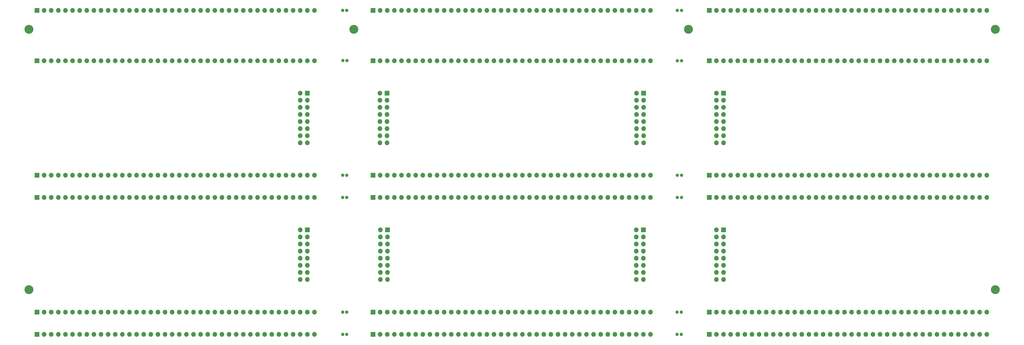
<source format=gts>
G04 #@! TF.GenerationSoftware,KiCad,Pcbnew,(5.1.9)-1*
G04 #@! TF.CreationDate,2021-10-03T21:18:48-04:00*
G04 #@! TF.ProjectId,backplane,6261636b-706c-4616-9e65-2e6b69636164,rev?*
G04 #@! TF.SameCoordinates,Original*
G04 #@! TF.FileFunction,Soldermask,Top*
G04 #@! TF.FilePolarity,Negative*
%FSLAX46Y46*%
G04 Gerber Fmt 4.6, Leading zero omitted, Abs format (unit mm)*
G04 Created by KiCad (PCBNEW (5.1.9)-1) date 2021-10-03 21:18:48*
%MOMM*%
%LPD*%
G01*
G04 APERTURE LIST*
%ADD10C,3.200000*%
%ADD11C,1.200000*%
%ADD12O,1.700000X1.700000*%
%ADD13R,1.700000X1.700000*%
G04 APERTURE END LIST*
D10*
X280400000Y-53800000D03*
X160900000Y-53800000D03*
X389900000Y-147000000D03*
X44900000Y-147000000D03*
X44900000Y-53800000D03*
X389900000Y-53800000D03*
D11*
X277800000Y-163000000D03*
X276300000Y-163000000D03*
X277800000Y-155000000D03*
X276300000Y-155000000D03*
X277900000Y-114000000D03*
X276400000Y-114000000D03*
X277900000Y-106000000D03*
X276400000Y-106000000D03*
X277900000Y-65000000D03*
X276400000Y-65000000D03*
X277900000Y-47000000D03*
X276400000Y-47000000D03*
X158400000Y-163000000D03*
X156900000Y-163000000D03*
X158400000Y-155000000D03*
X156900000Y-155000000D03*
X158400000Y-114000000D03*
X156900000Y-114000000D03*
X158400000Y-106000000D03*
X156900000Y-106000000D03*
X158500000Y-64900000D03*
X157000000Y-64900000D03*
X158400000Y-47000000D03*
X156900000Y-47000000D03*
D12*
X290360000Y-143380000D03*
X292900000Y-143380000D03*
X290360000Y-140840000D03*
X292900000Y-140840000D03*
X290360000Y-138300000D03*
X292900000Y-138300000D03*
X290360000Y-135760000D03*
X292900000Y-135760000D03*
X290360000Y-133220000D03*
X292900000Y-133220000D03*
X290360000Y-130680000D03*
X292900000Y-130680000D03*
X290360000Y-128140000D03*
X292900000Y-128140000D03*
X290360000Y-125600000D03*
D13*
X292900000Y-125600000D03*
D12*
X261760000Y-143380000D03*
X264300000Y-143380000D03*
X261760000Y-140840000D03*
X264300000Y-140840000D03*
X261760000Y-138300000D03*
X264300000Y-138300000D03*
X261760000Y-135760000D03*
X264300000Y-135760000D03*
X261760000Y-133220000D03*
X264300000Y-133220000D03*
X261760000Y-130680000D03*
X264300000Y-130680000D03*
X261760000Y-128140000D03*
X264300000Y-128140000D03*
X261760000Y-125600000D03*
D13*
X264300000Y-125600000D03*
D12*
X170360000Y-143380000D03*
X172900000Y-143380000D03*
X170360000Y-140840000D03*
X172900000Y-140840000D03*
X170360000Y-138300000D03*
X172900000Y-138300000D03*
X170360000Y-135760000D03*
X172900000Y-135760000D03*
X170360000Y-133220000D03*
X172900000Y-133220000D03*
X170360000Y-130680000D03*
X172900000Y-130680000D03*
X170360000Y-128140000D03*
X172900000Y-128140000D03*
X170360000Y-125600000D03*
D13*
X172900000Y-125600000D03*
D12*
X141760000Y-143380000D03*
X144300000Y-143380000D03*
X141760000Y-140840000D03*
X144300000Y-140840000D03*
X141760000Y-138300000D03*
X144300000Y-138300000D03*
X141760000Y-135760000D03*
X144300000Y-135760000D03*
X141760000Y-133220000D03*
X144300000Y-133220000D03*
X141760000Y-130680000D03*
X144300000Y-130680000D03*
X141760000Y-128140000D03*
X144300000Y-128140000D03*
X141760000Y-125600000D03*
D13*
X144300000Y-125600000D03*
D12*
X290360000Y-94380000D03*
X292900000Y-94380000D03*
X290360000Y-91840000D03*
X292900000Y-91840000D03*
X290360000Y-89300000D03*
X292900000Y-89300000D03*
X290360000Y-86760000D03*
X292900000Y-86760000D03*
X290360000Y-84220000D03*
X292900000Y-84220000D03*
X290360000Y-81680000D03*
X292900000Y-81680000D03*
X290360000Y-79140000D03*
X292900000Y-79140000D03*
X290360000Y-76600000D03*
D13*
X292900000Y-76600000D03*
D12*
X261800000Y-94380000D03*
X264340000Y-94380000D03*
X261800000Y-91840000D03*
X264340000Y-91840000D03*
X261800000Y-89300000D03*
X264340000Y-89300000D03*
X261800000Y-86760000D03*
X264340000Y-86760000D03*
X261800000Y-84220000D03*
X264340000Y-84220000D03*
X261800000Y-81680000D03*
X264340000Y-81680000D03*
X261800000Y-79140000D03*
X264340000Y-79140000D03*
X261800000Y-76600000D03*
D13*
X264340000Y-76600000D03*
D12*
X170260000Y-94380000D03*
X172800000Y-94380000D03*
X170260000Y-91840000D03*
X172800000Y-91840000D03*
X170260000Y-89300000D03*
X172800000Y-89300000D03*
X170260000Y-86760000D03*
X172800000Y-86760000D03*
X170260000Y-84220000D03*
X172800000Y-84220000D03*
X170260000Y-81680000D03*
X172800000Y-81680000D03*
X170260000Y-79140000D03*
X172800000Y-79140000D03*
X170260000Y-76600000D03*
D13*
X172800000Y-76600000D03*
D12*
X386860000Y-47000000D03*
X384320000Y-47000000D03*
X381780000Y-47000000D03*
X379240000Y-47000000D03*
X376700000Y-47000000D03*
X374160000Y-47000000D03*
X371620000Y-47000000D03*
X369080000Y-47000000D03*
X366540000Y-47000000D03*
X364000000Y-47000000D03*
X361460000Y-47000000D03*
X358920000Y-47000000D03*
X356380000Y-47000000D03*
X353840000Y-47000000D03*
X351300000Y-47000000D03*
X348760000Y-47000000D03*
X346220000Y-47000000D03*
X343680000Y-47000000D03*
X341140000Y-47000000D03*
X338600000Y-47000000D03*
X336060000Y-47000000D03*
X333520000Y-47000000D03*
X330980000Y-47000000D03*
X328440000Y-47000000D03*
X325900000Y-47000000D03*
X323360000Y-47000000D03*
X320820000Y-47000000D03*
X318280000Y-47000000D03*
X315740000Y-47000000D03*
X313200000Y-47000000D03*
X310660000Y-47000000D03*
X308120000Y-47000000D03*
X305580000Y-47000000D03*
X303040000Y-47000000D03*
X300500000Y-47000000D03*
X297960000Y-47000000D03*
X295420000Y-47000000D03*
X292880000Y-47000000D03*
X290340000Y-47000000D03*
D13*
X287800000Y-47000000D03*
D12*
X386860000Y-65000000D03*
X384320000Y-65000000D03*
X381780000Y-65000000D03*
X379240000Y-65000000D03*
X376700000Y-65000000D03*
X374160000Y-65000000D03*
X371620000Y-65000000D03*
X369080000Y-65000000D03*
X366540000Y-65000000D03*
X364000000Y-65000000D03*
X361460000Y-65000000D03*
X358920000Y-65000000D03*
X356380000Y-65000000D03*
X353840000Y-65000000D03*
X351300000Y-65000000D03*
X348760000Y-65000000D03*
X346220000Y-65000000D03*
X343680000Y-65000000D03*
X341140000Y-65000000D03*
X338600000Y-65000000D03*
X336060000Y-65000000D03*
X333520000Y-65000000D03*
X330980000Y-65000000D03*
X328440000Y-65000000D03*
X325900000Y-65000000D03*
X323360000Y-65000000D03*
X320820000Y-65000000D03*
X318280000Y-65000000D03*
X315740000Y-65000000D03*
X313200000Y-65000000D03*
X310660000Y-65000000D03*
X308120000Y-65000000D03*
X305580000Y-65000000D03*
X303040000Y-65000000D03*
X300500000Y-65000000D03*
X297960000Y-65000000D03*
X295420000Y-65000000D03*
X292880000Y-65000000D03*
X290340000Y-65000000D03*
D13*
X287800000Y-65000000D03*
D12*
X386860000Y-106000000D03*
X384320000Y-106000000D03*
X381780000Y-106000000D03*
X379240000Y-106000000D03*
X376700000Y-106000000D03*
X374160000Y-106000000D03*
X371620000Y-106000000D03*
X369080000Y-106000000D03*
X366540000Y-106000000D03*
X364000000Y-106000000D03*
X361460000Y-106000000D03*
X358920000Y-106000000D03*
X356380000Y-106000000D03*
X353840000Y-106000000D03*
X351300000Y-106000000D03*
X348760000Y-106000000D03*
X346220000Y-106000000D03*
X343680000Y-106000000D03*
X341140000Y-106000000D03*
X338600000Y-106000000D03*
X336060000Y-106000000D03*
X333520000Y-106000000D03*
X330980000Y-106000000D03*
X328440000Y-106000000D03*
X325900000Y-106000000D03*
X323360000Y-106000000D03*
X320820000Y-106000000D03*
X318280000Y-106000000D03*
X315740000Y-106000000D03*
X313200000Y-106000000D03*
X310660000Y-106000000D03*
X308120000Y-106000000D03*
X305580000Y-106000000D03*
X303040000Y-106000000D03*
X300500000Y-106000000D03*
X297960000Y-106000000D03*
X295420000Y-106000000D03*
X292880000Y-106000000D03*
X290340000Y-106000000D03*
D13*
X287800000Y-106000000D03*
D12*
X386861040Y-114000000D03*
X384321040Y-114000000D03*
X381781040Y-114000000D03*
X379241040Y-114000000D03*
X376701040Y-114000000D03*
X374161040Y-114000000D03*
X371621040Y-114000000D03*
X369081040Y-114000000D03*
X366541040Y-114000000D03*
X364001040Y-114000000D03*
X361461040Y-114000000D03*
X358921040Y-114000000D03*
X356381040Y-114000000D03*
X353841040Y-114000000D03*
X351301040Y-114000000D03*
X348761040Y-114000000D03*
X346221040Y-114000000D03*
X343681040Y-114000000D03*
X341141040Y-114000000D03*
X338601040Y-114000000D03*
X336061040Y-114000000D03*
X333521040Y-114000000D03*
X330981040Y-114000000D03*
X328441040Y-114000000D03*
X325901040Y-114000000D03*
X323361040Y-114000000D03*
X320821040Y-114000000D03*
X318281040Y-114000000D03*
X315741040Y-114000000D03*
X313201040Y-114000000D03*
X310661040Y-114000000D03*
X308121040Y-114000000D03*
X305581040Y-114000000D03*
X303041040Y-114000000D03*
X300501040Y-114000000D03*
X297961040Y-114000000D03*
X295421040Y-114000000D03*
X292881040Y-114000000D03*
X290341040Y-114000000D03*
D13*
X287801040Y-114000000D03*
D12*
X386860000Y-155000000D03*
X384320000Y-155000000D03*
X381780000Y-155000000D03*
X379240000Y-155000000D03*
X376700000Y-155000000D03*
X374160000Y-155000000D03*
X371620000Y-155000000D03*
X369080000Y-155000000D03*
X366540000Y-155000000D03*
X364000000Y-155000000D03*
X361460000Y-155000000D03*
X358920000Y-155000000D03*
X356380000Y-155000000D03*
X353840000Y-155000000D03*
X351300000Y-155000000D03*
X348760000Y-155000000D03*
X346220000Y-155000000D03*
X343680000Y-155000000D03*
X341140000Y-155000000D03*
X338600000Y-155000000D03*
X336060000Y-155000000D03*
X333520000Y-155000000D03*
X330980000Y-155000000D03*
X328440000Y-155000000D03*
X325900000Y-155000000D03*
X323360000Y-155000000D03*
X320820000Y-155000000D03*
X318280000Y-155000000D03*
X315740000Y-155000000D03*
X313200000Y-155000000D03*
X310660000Y-155000000D03*
X308120000Y-155000000D03*
X305580000Y-155000000D03*
X303040000Y-155000000D03*
X300500000Y-155000000D03*
X297960000Y-155000000D03*
X295420000Y-155000000D03*
X292880000Y-155000000D03*
X290340000Y-155000000D03*
D13*
X287800000Y-155000000D03*
D12*
X386860000Y-163000000D03*
X384320000Y-163000000D03*
X381780000Y-163000000D03*
X379240000Y-163000000D03*
X376700000Y-163000000D03*
X374160000Y-163000000D03*
X371620000Y-163000000D03*
X369080000Y-163000000D03*
X366540000Y-163000000D03*
X364000000Y-163000000D03*
X361460000Y-163000000D03*
X358920000Y-163000000D03*
X356380000Y-163000000D03*
X353840000Y-163000000D03*
X351300000Y-163000000D03*
X348760000Y-163000000D03*
X346220000Y-163000000D03*
X343680000Y-163000000D03*
X341140000Y-163000000D03*
X338600000Y-163000000D03*
X336060000Y-163000000D03*
X333520000Y-163000000D03*
X330980000Y-163000000D03*
X328440000Y-163000000D03*
X325900000Y-163000000D03*
X323360000Y-163000000D03*
X320820000Y-163000000D03*
X318280000Y-163000000D03*
X315740000Y-163000000D03*
X313200000Y-163000000D03*
X310660000Y-163000000D03*
X308120000Y-163000000D03*
X305580000Y-163000000D03*
X303040000Y-163000000D03*
X300500000Y-163000000D03*
X297960000Y-163000000D03*
X295420000Y-163000000D03*
X292880000Y-163000000D03*
X290340000Y-163000000D03*
D13*
X287800000Y-163000000D03*
D12*
X266860000Y-47000000D03*
X264320000Y-47000000D03*
X261780000Y-47000000D03*
X259240000Y-47000000D03*
X256700000Y-47000000D03*
X254160000Y-47000000D03*
X251620000Y-47000000D03*
X249080000Y-47000000D03*
X246540000Y-47000000D03*
X244000000Y-47000000D03*
X241460000Y-47000000D03*
X238920000Y-47000000D03*
X236380000Y-47000000D03*
X233840000Y-47000000D03*
X231300000Y-47000000D03*
X228760000Y-47000000D03*
X226220000Y-47000000D03*
X223680000Y-47000000D03*
X221140000Y-47000000D03*
X218600000Y-47000000D03*
X216060000Y-47000000D03*
X213520000Y-47000000D03*
X210980000Y-47000000D03*
X208440000Y-47000000D03*
X205900000Y-47000000D03*
X203360000Y-47000000D03*
X200820000Y-47000000D03*
X198280000Y-47000000D03*
X195740000Y-47000000D03*
X193200000Y-47000000D03*
X190660000Y-47000000D03*
X188120000Y-47000000D03*
X185580000Y-47000000D03*
X183040000Y-47000000D03*
X180500000Y-47000000D03*
X177960000Y-47000000D03*
X175420000Y-47000000D03*
X172880000Y-47000000D03*
X170340000Y-47000000D03*
D13*
X167800000Y-47000000D03*
D12*
X266860000Y-65000000D03*
X264320000Y-65000000D03*
X261780000Y-65000000D03*
X259240000Y-65000000D03*
X256700000Y-65000000D03*
X254160000Y-65000000D03*
X251620000Y-65000000D03*
X249080000Y-65000000D03*
X246540000Y-65000000D03*
X244000000Y-65000000D03*
X241460000Y-65000000D03*
X238920000Y-65000000D03*
X236380000Y-65000000D03*
X233840000Y-65000000D03*
X231300000Y-65000000D03*
X228760000Y-65000000D03*
X226220000Y-65000000D03*
X223680000Y-65000000D03*
X221140000Y-65000000D03*
X218600000Y-65000000D03*
X216060000Y-65000000D03*
X213520000Y-65000000D03*
X210980000Y-65000000D03*
X208440000Y-65000000D03*
X205900000Y-65000000D03*
X203360000Y-65000000D03*
X200820000Y-65000000D03*
X198280000Y-65000000D03*
X195740000Y-65000000D03*
X193200000Y-65000000D03*
X190660000Y-65000000D03*
X188120000Y-65000000D03*
X185580000Y-65000000D03*
X183040000Y-65000000D03*
X180500000Y-65000000D03*
X177960000Y-65000000D03*
X175420000Y-65000000D03*
X172880000Y-65000000D03*
X170340000Y-65000000D03*
D13*
X167800000Y-65000000D03*
D12*
X266860000Y-106000000D03*
X264320000Y-106000000D03*
X261780000Y-106000000D03*
X259240000Y-106000000D03*
X256700000Y-106000000D03*
X254160000Y-106000000D03*
X251620000Y-106000000D03*
X249080000Y-106000000D03*
X246540000Y-106000000D03*
X244000000Y-106000000D03*
X241460000Y-106000000D03*
X238920000Y-106000000D03*
X236380000Y-106000000D03*
X233840000Y-106000000D03*
X231300000Y-106000000D03*
X228760000Y-106000000D03*
X226220000Y-106000000D03*
X223680000Y-106000000D03*
X221140000Y-106000000D03*
X218600000Y-106000000D03*
X216060000Y-106000000D03*
X213520000Y-106000000D03*
X210980000Y-106000000D03*
X208440000Y-106000000D03*
X205900000Y-106000000D03*
X203360000Y-106000000D03*
X200820000Y-106000000D03*
X198280000Y-106000000D03*
X195740000Y-106000000D03*
X193200000Y-106000000D03*
X190660000Y-106000000D03*
X188120000Y-106000000D03*
X185580000Y-106000000D03*
X183040000Y-106000000D03*
X180500000Y-106000000D03*
X177960000Y-106000000D03*
X175420000Y-106000000D03*
X172880000Y-106000000D03*
X170340000Y-106000000D03*
D13*
X167800000Y-106000000D03*
D12*
X266860000Y-114000000D03*
X264320000Y-114000000D03*
X261780000Y-114000000D03*
X259240000Y-114000000D03*
X256700000Y-114000000D03*
X254160000Y-114000000D03*
X251620000Y-114000000D03*
X249080000Y-114000000D03*
X246540000Y-114000000D03*
X244000000Y-114000000D03*
X241460000Y-114000000D03*
X238920000Y-114000000D03*
X236380000Y-114000000D03*
X233840000Y-114000000D03*
X231300000Y-114000000D03*
X228760000Y-114000000D03*
X226220000Y-114000000D03*
X223680000Y-114000000D03*
X221140000Y-114000000D03*
X218600000Y-114000000D03*
X216060000Y-114000000D03*
X213520000Y-114000000D03*
X210980000Y-114000000D03*
X208440000Y-114000000D03*
X205900000Y-114000000D03*
X203360000Y-114000000D03*
X200820000Y-114000000D03*
X198280000Y-114000000D03*
X195740000Y-114000000D03*
X193200000Y-114000000D03*
X190660000Y-114000000D03*
X188120000Y-114000000D03*
X185580000Y-114000000D03*
X183040000Y-114000000D03*
X180500000Y-114000000D03*
X177960000Y-114000000D03*
X175420000Y-114000000D03*
X172880000Y-114000000D03*
X170340000Y-114000000D03*
D13*
X167800000Y-114000000D03*
D12*
X266860000Y-155000000D03*
X264320000Y-155000000D03*
X261780000Y-155000000D03*
X259240000Y-155000000D03*
X256700000Y-155000000D03*
X254160000Y-155000000D03*
X251620000Y-155000000D03*
X249080000Y-155000000D03*
X246540000Y-155000000D03*
X244000000Y-155000000D03*
X241460000Y-155000000D03*
X238920000Y-155000000D03*
X236380000Y-155000000D03*
X233840000Y-155000000D03*
X231300000Y-155000000D03*
X228760000Y-155000000D03*
X226220000Y-155000000D03*
X223680000Y-155000000D03*
X221140000Y-155000000D03*
X218600000Y-155000000D03*
X216060000Y-155000000D03*
X213520000Y-155000000D03*
X210980000Y-155000000D03*
X208440000Y-155000000D03*
X205900000Y-155000000D03*
X203360000Y-155000000D03*
X200820000Y-155000000D03*
X198280000Y-155000000D03*
X195740000Y-155000000D03*
X193200000Y-155000000D03*
X190660000Y-155000000D03*
X188120000Y-155000000D03*
X185580000Y-155000000D03*
X183040000Y-155000000D03*
X180500000Y-155000000D03*
X177960000Y-155000000D03*
X175420000Y-155000000D03*
X172880000Y-155000000D03*
X170340000Y-155000000D03*
D13*
X167800000Y-155000000D03*
D12*
X266860000Y-163000000D03*
X264320000Y-163000000D03*
X261780000Y-163000000D03*
X259240000Y-163000000D03*
X256700000Y-163000000D03*
X254160000Y-163000000D03*
X251620000Y-163000000D03*
X249080000Y-163000000D03*
X246540000Y-163000000D03*
X244000000Y-163000000D03*
X241460000Y-163000000D03*
X238920000Y-163000000D03*
X236380000Y-163000000D03*
X233840000Y-163000000D03*
X231300000Y-163000000D03*
X228760000Y-163000000D03*
X226220000Y-163000000D03*
X223680000Y-163000000D03*
X221140000Y-163000000D03*
X218600000Y-163000000D03*
X216060000Y-163000000D03*
X213520000Y-163000000D03*
X210980000Y-163000000D03*
X208440000Y-163000000D03*
X205900000Y-163000000D03*
X203360000Y-163000000D03*
X200820000Y-163000000D03*
X198280000Y-163000000D03*
X195740000Y-163000000D03*
X193200000Y-163000000D03*
X190660000Y-163000000D03*
X188120000Y-163000000D03*
X185580000Y-163000000D03*
X183040000Y-163000000D03*
X180500000Y-163000000D03*
X177960000Y-163000000D03*
X175420000Y-163000000D03*
X172880000Y-163000000D03*
X170340000Y-163000000D03*
D13*
X167800000Y-163000000D03*
D12*
X146860000Y-47000000D03*
X144320000Y-47000000D03*
X141780000Y-47000000D03*
X139240000Y-47000000D03*
X136700000Y-47000000D03*
X134160000Y-47000000D03*
X131620000Y-47000000D03*
X129080000Y-47000000D03*
X126540000Y-47000000D03*
X124000000Y-47000000D03*
X121460000Y-47000000D03*
X118920000Y-47000000D03*
X116380000Y-47000000D03*
X113840000Y-47000000D03*
X111300000Y-47000000D03*
X108760000Y-47000000D03*
X106220000Y-47000000D03*
X103680000Y-47000000D03*
X101140000Y-47000000D03*
X98600000Y-47000000D03*
X96060000Y-47000000D03*
X93520000Y-47000000D03*
X90980000Y-47000000D03*
X88440000Y-47000000D03*
X85900000Y-47000000D03*
X83360000Y-47000000D03*
X80820000Y-47000000D03*
X78280000Y-47000000D03*
X75740000Y-47000000D03*
X73200000Y-47000000D03*
X70660000Y-47000000D03*
X68120000Y-47000000D03*
X65580000Y-47000000D03*
X63040000Y-47000000D03*
X60500000Y-47000000D03*
X57960000Y-47000000D03*
X55420000Y-47000000D03*
X52880000Y-47000000D03*
X50340000Y-47000000D03*
D13*
X47800000Y-47000000D03*
D12*
X146860000Y-65000000D03*
X144320000Y-65000000D03*
X141780000Y-65000000D03*
X139240000Y-65000000D03*
X136700000Y-65000000D03*
X134160000Y-65000000D03*
X131620000Y-65000000D03*
X129080000Y-65000000D03*
X126540000Y-65000000D03*
X124000000Y-65000000D03*
X121460000Y-65000000D03*
X118920000Y-65000000D03*
X116380000Y-65000000D03*
X113840000Y-65000000D03*
X111300000Y-65000000D03*
X108760000Y-65000000D03*
X106220000Y-65000000D03*
X103680000Y-65000000D03*
X101140000Y-65000000D03*
X98600000Y-65000000D03*
X96060000Y-65000000D03*
X93520000Y-65000000D03*
X90980000Y-65000000D03*
X88440000Y-65000000D03*
X85900000Y-65000000D03*
X83360000Y-65000000D03*
X80820000Y-65000000D03*
X78280000Y-65000000D03*
X75740000Y-65000000D03*
X73200000Y-65000000D03*
X70660000Y-65000000D03*
X68120000Y-65000000D03*
X65580000Y-65000000D03*
X63040000Y-65000000D03*
X60500000Y-65000000D03*
X57960000Y-65000000D03*
X55420000Y-65000000D03*
X52880000Y-65000000D03*
X50340000Y-65000000D03*
D13*
X47800000Y-65000000D03*
D12*
X146860000Y-106000000D03*
X144320000Y-106000000D03*
X141780000Y-106000000D03*
X139240000Y-106000000D03*
X136700000Y-106000000D03*
X134160000Y-106000000D03*
X131620000Y-106000000D03*
X129080000Y-106000000D03*
X126540000Y-106000000D03*
X124000000Y-106000000D03*
X121460000Y-106000000D03*
X118920000Y-106000000D03*
X116380000Y-106000000D03*
X113840000Y-106000000D03*
X111300000Y-106000000D03*
X108760000Y-106000000D03*
X106220000Y-106000000D03*
X103680000Y-106000000D03*
X101140000Y-106000000D03*
X98600000Y-106000000D03*
X96060000Y-106000000D03*
X93520000Y-106000000D03*
X90980000Y-106000000D03*
X88440000Y-106000000D03*
X85900000Y-106000000D03*
X83360000Y-106000000D03*
X80820000Y-106000000D03*
X78280000Y-106000000D03*
X75740000Y-106000000D03*
X73200000Y-106000000D03*
X70660000Y-106000000D03*
X68120000Y-106000000D03*
X65580000Y-106000000D03*
X63040000Y-106000000D03*
X60500000Y-106000000D03*
X57960000Y-106000000D03*
X55420000Y-106000000D03*
X52880000Y-106000000D03*
X50340000Y-106000000D03*
D13*
X47800000Y-106000000D03*
D12*
X146860000Y-114000000D03*
X144320000Y-114000000D03*
X141780000Y-114000000D03*
X139240000Y-114000000D03*
X136700000Y-114000000D03*
X134160000Y-114000000D03*
X131620000Y-114000000D03*
X129080000Y-114000000D03*
X126540000Y-114000000D03*
X124000000Y-114000000D03*
X121460000Y-114000000D03*
X118920000Y-114000000D03*
X116380000Y-114000000D03*
X113840000Y-114000000D03*
X111300000Y-114000000D03*
X108760000Y-114000000D03*
X106220000Y-114000000D03*
X103680000Y-114000000D03*
X101140000Y-114000000D03*
X98600000Y-114000000D03*
X96060000Y-114000000D03*
X93520000Y-114000000D03*
X90980000Y-114000000D03*
X88440000Y-114000000D03*
X85900000Y-114000000D03*
X83360000Y-114000000D03*
X80820000Y-114000000D03*
X78280000Y-114000000D03*
X75740000Y-114000000D03*
X73200000Y-114000000D03*
X70660000Y-114000000D03*
X68120000Y-114000000D03*
X65580000Y-114000000D03*
X63040000Y-114000000D03*
X60500000Y-114000000D03*
X57960000Y-114000000D03*
X55420000Y-114000000D03*
X52880000Y-114000000D03*
X50340000Y-114000000D03*
D13*
X47800000Y-114000000D03*
D12*
X146860000Y-155000000D03*
X144320000Y-155000000D03*
X141780000Y-155000000D03*
X139240000Y-155000000D03*
X136700000Y-155000000D03*
X134160000Y-155000000D03*
X131620000Y-155000000D03*
X129080000Y-155000000D03*
X126540000Y-155000000D03*
X124000000Y-155000000D03*
X121460000Y-155000000D03*
X118920000Y-155000000D03*
X116380000Y-155000000D03*
X113840000Y-155000000D03*
X111300000Y-155000000D03*
X108760000Y-155000000D03*
X106220000Y-155000000D03*
X103680000Y-155000000D03*
X101140000Y-155000000D03*
X98600000Y-155000000D03*
X96060000Y-155000000D03*
X93520000Y-155000000D03*
X90980000Y-155000000D03*
X88440000Y-155000000D03*
X85900000Y-155000000D03*
X83360000Y-155000000D03*
X80820000Y-155000000D03*
X78280000Y-155000000D03*
X75740000Y-155000000D03*
X73200000Y-155000000D03*
X70660000Y-155000000D03*
X68120000Y-155000000D03*
X65580000Y-155000000D03*
X63040000Y-155000000D03*
X60500000Y-155000000D03*
X57960000Y-155000000D03*
X55420000Y-155000000D03*
X52880000Y-155000000D03*
X50340000Y-155000000D03*
D13*
X47800000Y-155000000D03*
D12*
X146860000Y-163000000D03*
X144320000Y-163000000D03*
X141780000Y-163000000D03*
X139240000Y-163000000D03*
X136700000Y-163000000D03*
X134160000Y-163000000D03*
X131620000Y-163000000D03*
X129080000Y-163000000D03*
X126540000Y-163000000D03*
X124000000Y-163000000D03*
X121460000Y-163000000D03*
X118920000Y-163000000D03*
X116380000Y-163000000D03*
X113840000Y-163000000D03*
X111300000Y-163000000D03*
X108760000Y-163000000D03*
X106220000Y-163000000D03*
X103680000Y-163000000D03*
X101140000Y-163000000D03*
X98600000Y-163000000D03*
X96060000Y-163000000D03*
X93520000Y-163000000D03*
X90980000Y-163000000D03*
X88440000Y-163000000D03*
X85900000Y-163000000D03*
X83360000Y-163000000D03*
X80820000Y-163000000D03*
X78280000Y-163000000D03*
X75740000Y-163000000D03*
X73200000Y-163000000D03*
X70660000Y-163000000D03*
X68120000Y-163000000D03*
X65580000Y-163000000D03*
X63040000Y-163000000D03*
X60500000Y-163000000D03*
X57960000Y-163000000D03*
X55420000Y-163000000D03*
X52880000Y-163000000D03*
X50340000Y-163000000D03*
D13*
X47800000Y-163000000D03*
D12*
X141760000Y-94380000D03*
X144300000Y-94380000D03*
X141760000Y-91840000D03*
X144300000Y-91840000D03*
X141760000Y-89300000D03*
X144300000Y-89300000D03*
X141760000Y-86760000D03*
X144300000Y-86760000D03*
X141760000Y-84220000D03*
X144300000Y-84220000D03*
X141760000Y-81680000D03*
X144300000Y-81680000D03*
X141760000Y-79140000D03*
X144300000Y-79140000D03*
X141760000Y-76600000D03*
D13*
X144300000Y-76600000D03*
M02*

</source>
